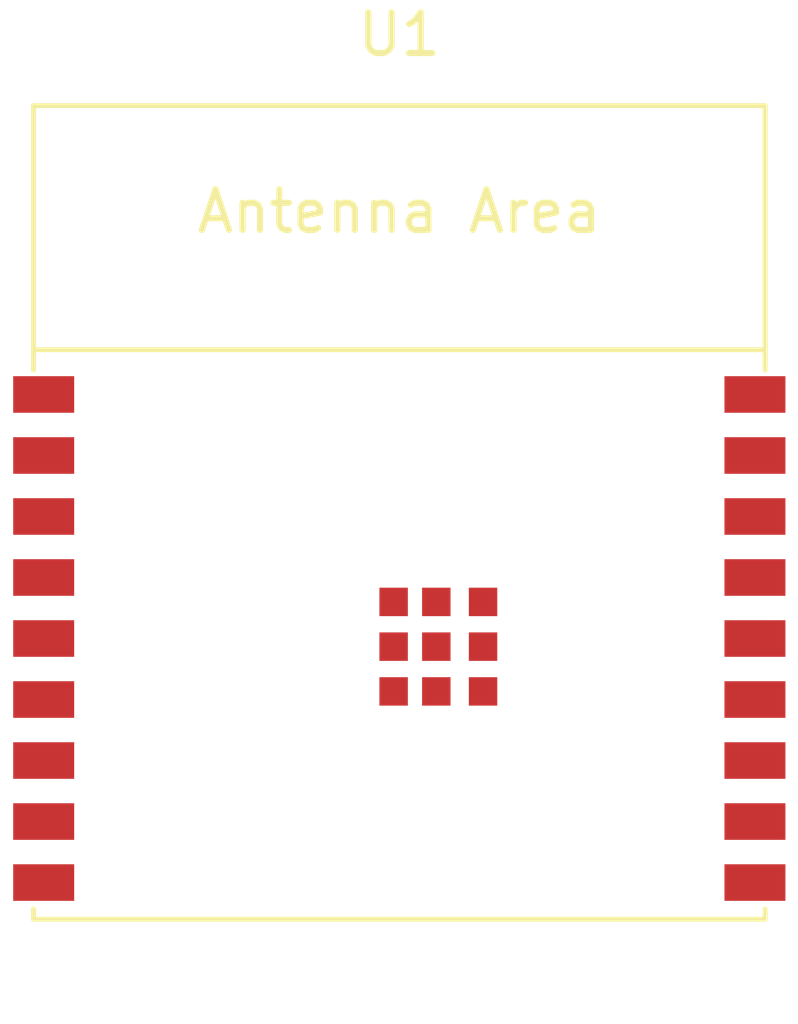
<source format=kicad_pcb>
(kicad_pcb (version 20241229) (generator "pcbnew") (generator_version "9.0")
  (layers (0 "F.Cu" signal) (2 "B.Cu" signal) (13 "F.Paste" user) (15 "B.Paste" user) (5 "F.SilkS" user "F.Silkscreen") (7 "B.SilkS" user "B.Silkscreen") (1 "F.Mask" user) (3 "B.Mask" user) (25 "Edge.Cuts" user))
  (net 0 "")
  (net 4 "Net-(U1-GND-Pad19)")
  (footprint "PCM_Espressif:ESP32-C3-WROOM-02" (layer "F.Cu") (at 149.75 100.9)
    (property "Reference" "U1" (at 0 -14.75 0) (layer "F.SilkS"))
    (property "Value" "ESP32-C3-WROOM-02")
    (fp_line (start -9 -13) (end -9 -6.5) (stroke (width 0.12)) (layer "F.SilkS"))
    (fp_line (start -9 -13) (end 9 -13) (stroke (width 0.12)) (layer "F.SilkS"))
    (fp_line (start -9 7) (end -9 6.75) (stroke (width 0.12)) (layer "F.SilkS"))
    (fp_line (start 9 -13) (end 9 -6.5) (stroke (width 0.12)) (layer "F.SilkS"))
    (fp_line (start 9 -7) (end -8.95 -7) (stroke (width 0.12)) (layer "F.SilkS"))
    (fp_line (start 9 6.75) (end 9 7) (stroke (width 0.12)) (layer "F.SilkS"))
    (fp_line (start 9 7) (end -9 7) (stroke (width 0.12)) (layer "F.SilkS"))
    (fp_text user "Antenna Area" (at 0 -10.4 0) (layer "F.SilkS"))
    (pad "1" smd rect (at -8.75 -5.9) (size 1.5 0.9) (layers "F.Cu" "F.Mask" "F.Paste"))
    (pad "2" smd rect (at -8.75 -4.4) (size 1.5 0.9) (layers "F.Cu" "F.Mask" "F.Paste"))
    (pad "3" smd rect (at -8.75 -2.9) (size 1.5 0.9) (layers "F.Cu" "F.Mask" "F.Paste"))
    (pad "4" smd rect (at -8.75 -1.4) (size 1.5 0.9) (layers "F.Cu" "F.Mask" "F.Paste"))
    (pad "5" smd rect (at -8.75 0.1) (size 1.5 0.9) (layers "F.Cu" "F.Mask" "F.Paste"))
    (pad "6" smd rect (at -8.75 1.6) (size 1.5 0.9) (layers "F.Cu" "F.Mask" "F.Paste"))
    (pad "7" smd rect (at -8.75 3.1) (size 1.5 0.9) (layers "F.Cu" "F.Mask" "F.Paste"))
    (pad "8" smd rect (at -8.75 4.6) (size 1.5 0.9) (layers "F.Cu" "F.Mask" "F.Paste"))
    (pad "9" smd rect (at -8.75 6.1) (size 1.5 0.9) (layers "F.Cu" "F.Mask" "F.Paste") (net 4 "Net-(U1-GND-Pad19)"))
    (pad "10" smd rect (at 8.75 6.1 180) (size 1.5 0.9) (layers "F.Cu" "F.Mask" "F.Paste"))
    (pad "11" smd rect (at 8.75 4.6 180) (size 1.5 0.9) (layers "F.Cu" "F.Mask" "F.Paste"))
    (pad "12" smd rect (at 8.75 3.1 180) (size 1.5 0.9) (layers "F.Cu" "F.Mask" "F.Paste"))
    (pad "13" smd rect (at 8.75 1.6 180) (size 1.5 0.9) (layers "F.Cu" "F.Mask" "F.Paste"))
    (pad "14" smd rect (at 8.75 0.1 180) (size 1.5 0.9) (layers "F.Cu" "F.Mask" "F.Paste"))
    (pad "15" smd rect (at 8.75 -1.4 180) (size 1.5 0.9) (layers "F.Cu" "F.Mask" "F.Paste"))
    (pad "16" smd rect (at 8.75 -2.9 180) (size 1.5 0.9) (layers "F.Cu" "F.Mask" "F.Paste"))
    (pad "17" smd rect (at 8.75 -4.4 180) (size 1.5 0.9) (layers "F.Cu" "F.Mask" "F.Paste"))
    (pad "18" smd rect (at 8.75 -5.9 180) (size 1.5 0.9) (layers "F.Cu" "F.Mask" "F.Paste"))
    (pad "19" smd rect (at -0.14 -0.8 180) (size 0.7 0.7) (layers "F.Cu" "F.Mask" "F.Paste") (net 4 "Net-(U1-GND-Pad19)"))
    (pad "19" smd rect (at -0.14 0.3 180) (size 0.7 0.7) (layers "F.Cu" "F.Mask" "F.Paste") (net 4 "Net-(U1-GND-Pad19)"))
    (pad "19" smd rect (at -0.14 1.4 180) (size 0.7 0.7) (layers "F.Cu" "F.Mask" "F.Paste") (net 4 "Net-(U1-GND-Pad19)"))
    (pad "19" smd rect (at 0.91 -0.8 180) (size 0.7 0.7) (layers "F.Cu" "F.Mask" "F.Paste") (net 4 "Net-(U1-GND-Pad19)"))
    (pad "19" smd rect (at 0.91 0.3 180) (size 0.7 0.7) (layers "F.Cu" "F.Mask" "F.Paste") (net 4 "Net-(U1-GND-Pad19)"))
    (pad "19" smd rect (at 0.91 1.4 180) (size 0.7 0.7) (layers "F.Cu" "F.Mask" "F.Paste") (net 4 "Net-(U1-GND-Pad19)"))
    (pad "19" smd rect (at 2.06 -0.8 180) (size 0.7 0.7) (layers "F.Cu" "F.Mask" "F.Paste") (net 4 "Net-(U1-GND-Pad19)"))
    (pad "19" smd rect (at 2.06 0.3 180) (size 0.7 0.7) (layers "F.Cu" "F.Mask" "F.Paste") (net 4 "Net-(U1-GND-Pad19)"))
    (pad "19" smd rect (at 2.06 1.4 180) (size 0.7 0.7) (layers "F.Cu" "F.Mask" "F.Paste") (net 4 "Net-(U1-GND-Pad19)"))
  )
)
</source>
